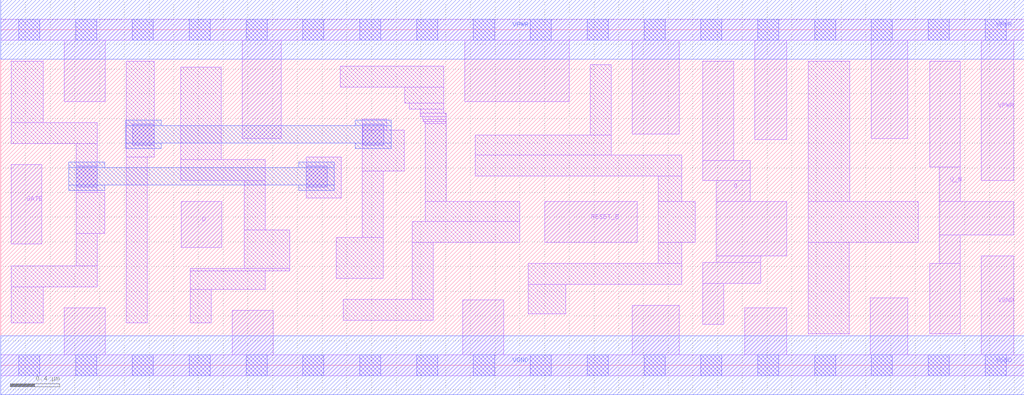
<source format=lef>
# Copyright 2020 The SkyWater PDK Authors
#
# Licensed under the Apache License, Version 2.0 (the "License");
# you may not use this file except in compliance with the License.
# You may obtain a copy of the License at
#
#     https://www.apache.org/licenses/LICENSE-2.0
#
# Unless required by applicable law or agreed to in writing, software
# distributed under the License is distributed on an "AS IS" BASIS,
# WITHOUT WARRANTIES OR CONDITIONS OF ANY KIND, either express or implied.
# See the License for the specific language governing permissions and
# limitations under the License.
#
# SPDX-License-Identifier: Apache-2.0

VERSION 5.7 ;
  NAMESCASESENSITIVE ON ;
  NOWIREEXTENSIONATPIN ON ;
  DIVIDERCHAR "/" ;
  BUSBITCHARS "[]" ;
UNITS
  DATABASE MICRONS 200 ;
END UNITS
MACRO sky130_fd_sc_hd__dlrbp_2
  CLASS CORE ;
  SOURCE USER ;
  FOREIGN sky130_fd_sc_hd__dlrbp_2 ;
  ORIGIN  0.000000  0.000000 ;
  SIZE  8.280000 BY  2.720000 ;
  SYMMETRY X Y R90 ;
  SITE unithd ;
  PIN D
    ANTENNAGATEAREA  0.159000 ;
    DIRECTION INPUT ;
    USE SIGNAL ;
    PORT
      LAYER li1 ;
        RECT 1.460000 0.955000 1.790000 1.325000 ;
    END
  END D
  PIN Q
    ANTENNADIFFAREA  0.478500 ;
    DIRECTION OUTPUT ;
    USE SIGNAL ;
    PORT
      LAYER li1 ;
        RECT 5.680000 0.330000 5.850000 0.665000 ;
        RECT 5.680000 0.665000 6.150000 0.835000 ;
        RECT 5.680000 1.495000 6.065000 1.660000 ;
        RECT 5.680000 1.660000 5.930000 2.465000 ;
        RECT 5.790000 0.835000 6.150000 0.885000 ;
        RECT 5.790000 0.885000 6.360000 1.325000 ;
        RECT 5.790000 1.325000 6.065000 1.495000 ;
    END
  END Q
  PIN Q_N
    ANTENNADIFFAREA  0.445500 ;
    DIRECTION OUTPUT ;
    USE SIGNAL ;
    PORT
      LAYER li1 ;
        RECT 7.515000 0.255000 7.765000 0.825000 ;
        RECT 7.515000 1.605000 7.765000 2.465000 ;
        RECT 7.595000 0.825000 7.765000 1.055000 ;
        RECT 7.595000 1.055000 8.195000 1.325000 ;
        RECT 7.595000 1.325000 7.765000 1.605000 ;
    END
  END Q_N
  PIN RESET_B
    ANTENNAGATEAREA  0.247500 ;
    DIRECTION INPUT ;
    USE SIGNAL ;
    PORT
      LAYER li1 ;
        RECT 4.400000 0.995000 5.150000 1.325000 ;
    END
  END RESET_B
  PIN GATE
    ANTENNAGATEAREA  0.159000 ;
    DIRECTION INPUT ;
    USE CLOCK ;
    PORT
      LAYER li1 ;
        RECT 0.085000 0.985000 0.330000 1.625000 ;
    END
  END GATE
  PIN VGND
    DIRECTION INOUT ;
    SHAPE ABUTMENT ;
    USE GROUND ;
    PORT
      LAYER li1 ;
        RECT 0.000000 -0.085000 8.280000 0.085000 ;
        RECT 0.515000  0.085000 0.845000 0.465000 ;
        RECT 1.875000  0.085000 2.205000 0.445000 ;
        RECT 3.740000  0.085000 4.070000 0.530000 ;
        RECT 5.110000  0.085000 5.490000 0.485000 ;
        RECT 6.020000  0.085000 6.360000 0.465000 ;
        RECT 7.035000  0.085000 7.340000 0.545000 ;
        RECT 7.935000  0.085000 8.195000 0.885000 ;
      LAYER mcon ;
        RECT 0.145000 -0.085000 0.315000 0.085000 ;
        RECT 0.605000 -0.085000 0.775000 0.085000 ;
        RECT 1.065000 -0.085000 1.235000 0.085000 ;
        RECT 1.525000 -0.085000 1.695000 0.085000 ;
        RECT 1.985000 -0.085000 2.155000 0.085000 ;
        RECT 2.445000 -0.085000 2.615000 0.085000 ;
        RECT 2.905000 -0.085000 3.075000 0.085000 ;
        RECT 3.365000 -0.085000 3.535000 0.085000 ;
        RECT 3.825000 -0.085000 3.995000 0.085000 ;
        RECT 4.285000 -0.085000 4.455000 0.085000 ;
        RECT 4.745000 -0.085000 4.915000 0.085000 ;
        RECT 5.205000 -0.085000 5.375000 0.085000 ;
        RECT 5.665000 -0.085000 5.835000 0.085000 ;
        RECT 6.125000 -0.085000 6.295000 0.085000 ;
        RECT 6.585000 -0.085000 6.755000 0.085000 ;
        RECT 7.045000 -0.085000 7.215000 0.085000 ;
        RECT 7.505000 -0.085000 7.675000 0.085000 ;
        RECT 7.965000 -0.085000 8.135000 0.085000 ;
      LAYER met1 ;
        RECT 0.000000 -0.240000 8.280000 0.240000 ;
    END
  END VGND
  PIN VPWR
    DIRECTION INOUT ;
    SHAPE ABUTMENT ;
    USE POWER ;
    PORT
      LAYER li1 ;
        RECT 0.000000 2.635000 8.280000 2.805000 ;
        RECT 0.515000 2.135000 0.845000 2.635000 ;
        RECT 1.955000 1.835000 2.270000 2.635000 ;
        RECT 3.755000 2.135000 4.600000 2.635000 ;
        RECT 5.110000 1.875000 5.490000 2.635000 ;
        RECT 6.100000 1.830000 6.360000 2.635000 ;
        RECT 7.045000 1.835000 7.340000 2.635000 ;
        RECT 7.935000 1.495000 8.195000 2.635000 ;
      LAYER mcon ;
        RECT 0.145000 2.635000 0.315000 2.805000 ;
        RECT 0.605000 2.635000 0.775000 2.805000 ;
        RECT 1.065000 2.635000 1.235000 2.805000 ;
        RECT 1.525000 2.635000 1.695000 2.805000 ;
        RECT 1.985000 2.635000 2.155000 2.805000 ;
        RECT 2.445000 2.635000 2.615000 2.805000 ;
        RECT 2.905000 2.635000 3.075000 2.805000 ;
        RECT 3.365000 2.635000 3.535000 2.805000 ;
        RECT 3.825000 2.635000 3.995000 2.805000 ;
        RECT 4.285000 2.635000 4.455000 2.805000 ;
        RECT 4.745000 2.635000 4.915000 2.805000 ;
        RECT 5.205000 2.635000 5.375000 2.805000 ;
        RECT 5.665000 2.635000 5.835000 2.805000 ;
        RECT 6.125000 2.635000 6.295000 2.805000 ;
        RECT 6.585000 2.635000 6.755000 2.805000 ;
        RECT 7.045000 2.635000 7.215000 2.805000 ;
        RECT 7.505000 2.635000 7.675000 2.805000 ;
        RECT 7.965000 2.635000 8.135000 2.805000 ;
      LAYER met1 ;
        RECT 0.000000 2.480000 8.280000 2.960000 ;
    END
  END VPWR
  OBS
    LAYER li1 ;
      RECT 0.085000 0.345000 0.345000 0.635000 ;
      RECT 0.085000 0.635000 0.780000 0.805000 ;
      RECT 0.085000 1.795000 0.780000 1.965000 ;
      RECT 0.085000 1.965000 0.345000 2.465000 ;
      RECT 0.610000 0.805000 0.780000 1.070000 ;
      RECT 0.610000 1.070000 0.840000 1.400000 ;
      RECT 0.610000 1.400000 0.780000 1.795000 ;
      RECT 1.015000 0.345000 1.185000 1.685000 ;
      RECT 1.015000 1.685000 1.240000 2.465000 ;
      RECT 1.455000 1.495000 2.140000 1.665000 ;
      RECT 1.455000 1.665000 1.785000 2.415000 ;
      RECT 1.535000 0.345000 1.705000 0.615000 ;
      RECT 1.535000 0.615000 2.140000 0.765000 ;
      RECT 1.535000 0.765000 2.340000 0.785000 ;
      RECT 1.970000 0.785000 2.340000 1.095000 ;
      RECT 1.970000 1.095000 2.140000 1.495000 ;
      RECT 2.470000 1.355000 2.755000 1.685000 ;
      RECT 2.715000 0.705000 3.095000 1.035000 ;
      RECT 2.745000 2.255000 3.585000 2.425000 ;
      RECT 2.770000 0.365000 3.500000 0.535000 ;
      RECT 2.925000 1.035000 3.095000 1.575000 ;
      RECT 2.925000 1.575000 3.265000 1.905000 ;
      RECT 2.925000 1.905000 3.125000 1.995000 ;
      RECT 3.270000 2.125000 3.585000 2.255000 ;
      RECT 3.305000 2.075000 3.585000 2.125000 ;
      RECT 3.330000 0.535000 3.500000 0.995000 ;
      RECT 3.330000 0.995000 4.200000 1.165000 ;
      RECT 3.395000 2.015000 3.605000 2.045000 ;
      RECT 3.395000 2.045000 3.585000 2.075000 ;
      RECT 3.415000 1.990000 3.605000 2.015000 ;
      RECT 3.420000 1.975000 3.605000 1.990000 ;
      RECT 3.430000 1.960000 3.605000 1.975000 ;
      RECT 3.435000 1.165000 4.200000 1.325000 ;
      RECT 3.435000 1.325000 3.605000 1.960000 ;
      RECT 3.840000 1.535000 5.510000 1.705000 ;
      RECT 3.840000 1.705000 4.940000 1.865000 ;
      RECT 4.270000 0.415000 4.570000 0.655000 ;
      RECT 4.270000 0.655000 5.510000 0.825000 ;
      RECT 4.770000 1.865000 4.940000 2.435000 ;
      RECT 5.320000 0.825000 5.510000 0.995000 ;
      RECT 5.320000 0.995000 5.620000 1.325000 ;
      RECT 5.320000 1.325000 5.510000 1.535000 ;
      RECT 6.535000 0.255000 6.865000 0.995000 ;
      RECT 6.535000 0.995000 7.425000 1.325000 ;
      RECT 6.535000 1.325000 6.870000 2.465000 ;
    LAYER mcon ;
      RECT 0.610000 1.445000 0.780000 1.615000 ;
      RECT 1.070000 1.785000 1.240000 1.955000 ;
      RECT 2.470000 1.445000 2.640000 1.615000 ;
      RECT 2.930000 1.785000 3.100000 1.955000 ;
    LAYER met1 ;
      RECT 0.550000 1.415000 0.840000 1.460000 ;
      RECT 0.550000 1.460000 2.700000 1.600000 ;
      RECT 0.550000 1.600000 0.840000 1.645000 ;
      RECT 1.010000 1.755000 1.300000 1.800000 ;
      RECT 1.010000 1.800000 3.160000 1.940000 ;
      RECT 1.010000 1.940000 1.300000 1.985000 ;
      RECT 2.410000 1.415000 2.700000 1.460000 ;
      RECT 2.410000 1.600000 2.700000 1.645000 ;
      RECT 2.870000 1.755000 3.160000 1.800000 ;
      RECT 2.870000 1.940000 3.160000 1.985000 ;
  END
END sky130_fd_sc_hd__dlrbp_2
END LIBRARY

</source>
